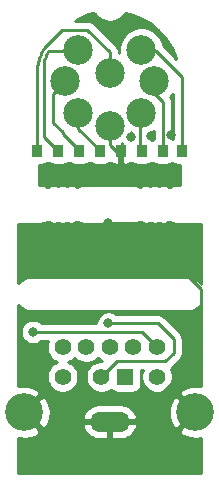
<source format=gbl>
G04 #@! TF.GenerationSoftware,KiCad,Pcbnew,(5.1.0)-1*
G04 #@! TF.CreationDate,2019-07-11T17:38:34-04:00*
G04 #@! TF.ProjectId,8 Pin DIN to 9 Pin Mini DIN,38205069-6e20-4444-994e-20746f203920,rev?*
G04 #@! TF.SameCoordinates,Original*
G04 #@! TF.FileFunction,Copper,L2,Bot*
G04 #@! TF.FilePolarity,Positive*
%FSLAX46Y46*%
G04 Gerber Fmt 4.6, Leading zero omitted, Abs format (unit mm)*
G04 Created by KiCad (PCBNEW (5.1.0)-1) date 2019-07-11 17:38:34*
%MOMM*%
%LPD*%
G04 APERTURE LIST*
%ADD10O,3.400000X1.700000*%
%ADD11C,1.408000*%
%ADD12R,1.408000X1.408000*%
%ADD13C,3.200000*%
%ADD14C,2.500000*%
%ADD15R,0.882667X1.000000*%
%ADD16C,0.800000*%
%ADD17C,0.250000*%
%ADD18C,0.254000*%
G04 APERTURE END LIST*
D10*
X198610000Y-127010000D03*
D11*
X202600000Y-123200000D03*
D12*
X199900000Y-123200000D03*
D11*
X197900000Y-123200000D03*
X194600000Y-123200000D03*
X202600000Y-120700000D03*
X194600000Y-120700000D03*
X196600000Y-120700000D03*
X200600000Y-120700000D03*
X198600000Y-120700000D03*
D13*
X191350000Y-126200000D03*
X205850000Y-126200000D03*
D14*
X202375000Y-98180000D03*
X194825000Y-98180000D03*
X198600000Y-101955000D03*
X201269328Y-95510672D03*
X195930672Y-95510672D03*
X195930672Y-100849328D03*
X201269328Y-100831651D03*
X198600000Y-97480000D03*
D15*
X192480000Y-104100000D03*
X194245334Y-104100000D03*
X196010668Y-104100000D03*
X197776002Y-104100000D03*
X199541336Y-104100000D03*
X201306670Y-104100000D03*
X203072004Y-104100000D03*
X204700000Y-104100000D03*
D16*
X198450000Y-110150000D03*
X198450000Y-111250000D03*
X198700000Y-94000000D03*
X200400000Y-102900000D03*
X202100000Y-102800000D03*
X203800000Y-102700000D03*
X200300000Y-93200000D03*
X196798372Y-118380777D03*
X192100000Y-119400000D03*
X198480000Y-118675000D03*
D17*
X203100000Y-99900000D02*
X203100000Y-104100000D01*
X202275000Y-98180000D02*
X202275000Y-99075000D01*
X202275000Y-99075000D02*
X203100000Y-99900000D01*
X203072004Y-104027996D02*
X203072004Y-104100000D01*
X203100000Y-104000000D02*
X203072004Y-104027996D01*
X193825001Y-101725001D02*
X194600000Y-102500000D01*
X194925000Y-98180000D02*
X193825001Y-99279999D01*
X193825001Y-99279999D02*
X193825001Y-101725001D01*
X196010668Y-104041334D02*
X196010668Y-104100000D01*
X194600000Y-102630666D02*
X196010668Y-104041334D01*
X194600000Y-102500000D02*
X194600000Y-102630666D01*
X199100000Y-104100000D02*
X199500000Y-104100000D01*
X198600000Y-101855000D02*
X198600000Y-103600000D01*
X198600000Y-103600000D02*
X199100000Y-104100000D01*
X199015685Y-110150000D02*
X198450000Y-110150000D01*
X200741004Y-110150000D02*
X199015685Y-110150000D01*
X206325010Y-115734006D02*
X200741004Y-110150000D01*
X206325010Y-121244990D02*
X206325010Y-115734006D01*
X200560000Y-127010000D02*
X206325010Y-121244990D01*
X198610000Y-127010000D02*
X200560000Y-127010000D01*
X204700000Y-103350000D02*
X204700000Y-104100000D01*
X202600000Y-120700000D02*
X201300000Y-119400000D01*
X201300000Y-119400000D02*
X192100000Y-119400000D01*
X204700000Y-97800000D02*
X204700000Y-104200000D01*
X202500000Y-95600000D02*
X204700000Y-97800000D01*
X201198617Y-95581383D02*
X201217234Y-95600000D01*
X201217234Y-95600000D02*
X202500000Y-95600000D01*
X194245334Y-104041334D02*
X194245334Y-104100000D01*
X193073812Y-96354427D02*
X193033667Y-96481147D01*
X193120275Y-96219370D02*
X193073812Y-96354427D01*
X193170048Y-96085462D02*
X193120275Y-96219370D01*
X196001383Y-95581383D02*
X193418617Y-95581383D01*
X193033667Y-102933667D02*
X194200000Y-104100000D01*
X193033667Y-96481147D02*
X193033667Y-102933667D01*
X193367949Y-95632051D02*
X193338857Y-95691658D01*
X193338857Y-95691658D02*
X193279349Y-95821582D01*
X193279349Y-95821582D02*
X193223103Y-95952794D01*
X193418617Y-95581383D02*
X193367949Y-95632051D01*
X193223103Y-95952794D02*
X193170048Y-96085462D01*
X202675000Y-118675000D02*
X198480000Y-118675000D01*
X204000000Y-120000000D02*
X202675000Y-118675000D01*
X204000000Y-121200000D02*
X204000000Y-120000000D01*
X203300000Y-121900000D02*
X204000000Y-121200000D01*
X197900000Y-123200000D02*
X199200000Y-121900000D01*
X199200000Y-121900000D02*
X203300000Y-121900000D01*
X196001383Y-100778617D02*
X195930672Y-100849328D01*
X197776002Y-104041334D02*
X197776002Y-104100000D01*
X195930672Y-102196004D02*
X197776002Y-104041334D01*
X195930672Y-100849328D02*
X195930672Y-102196004D01*
X201198617Y-103991947D02*
X201306670Y-104100000D01*
X201198617Y-103998617D02*
X201300000Y-104100000D01*
X201198617Y-100760940D02*
X201198617Y-103998617D01*
X192480000Y-103350000D02*
X192480000Y-104100000D01*
X192480000Y-104080000D02*
X192500000Y-104100000D01*
X192932010Y-95499265D02*
X192867919Y-95639193D01*
X192996540Y-95367050D02*
X192932010Y-95499265D01*
X192646491Y-96213229D02*
X192600010Y-96359950D01*
X192807317Y-95780566D02*
X192750163Y-95923484D01*
X192557153Y-96507741D02*
X192517939Y-96656523D01*
X194563590Y-93800000D02*
X192996540Y-95367050D01*
X198600000Y-97480000D02*
X198600000Y-95712234D01*
X196687766Y-93800000D02*
X194563590Y-93800000D01*
X198600000Y-95712234D02*
X196687766Y-93800000D01*
X192867919Y-95639193D02*
X192807317Y-95780566D01*
X192750163Y-95923484D02*
X192696545Y-96067733D01*
X192696545Y-96067733D02*
X192646491Y-96213229D01*
X192600010Y-96359950D02*
X192557153Y-96507741D01*
X192517939Y-96656523D02*
X192482384Y-96806233D01*
X192482384Y-96806233D02*
X192480000Y-96817494D01*
X192480000Y-96817494D02*
X192480000Y-104080000D01*
D18*
G36*
X206340000Y-124015710D02*
G01*
X206249945Y-123990086D01*
X205811127Y-123954524D01*
X205373803Y-124005254D01*
X204954779Y-124140326D01*
X204634802Y-124311357D01*
X204466761Y-124637155D01*
X205850000Y-126020395D01*
X205864142Y-126006252D01*
X206043748Y-126185858D01*
X206029605Y-126200000D01*
X206043748Y-126214143D01*
X205864142Y-126393748D01*
X205850000Y-126379605D01*
X204466761Y-127762845D01*
X204634802Y-128088643D01*
X205026607Y-128289426D01*
X205450055Y-128409914D01*
X205888873Y-128445476D01*
X206326197Y-128394746D01*
X206340000Y-128390297D01*
X206340000Y-131340000D01*
X190860000Y-131340000D01*
X190860000Y-128384290D01*
X190950055Y-128409914D01*
X191388873Y-128445476D01*
X191826197Y-128394746D01*
X192245221Y-128259674D01*
X192565198Y-128088643D01*
X192733239Y-127762845D01*
X191350000Y-126379605D01*
X191335858Y-126393748D01*
X191156253Y-126214143D01*
X191170395Y-126200000D01*
X191529605Y-126200000D01*
X192912845Y-127583239D01*
X193238643Y-127415198D01*
X193263398Y-127366890D01*
X196318524Y-127366890D01*
X196339437Y-127460953D01*
X196454709Y-127729426D01*
X196620143Y-127970252D01*
X196829381Y-128174176D01*
X197074382Y-128333361D01*
X197345731Y-128441690D01*
X197633000Y-128495000D01*
X198483000Y-128495000D01*
X198483000Y-127137000D01*
X198737000Y-127137000D01*
X198737000Y-128495000D01*
X199587000Y-128495000D01*
X199874269Y-128441690D01*
X200145618Y-128333361D01*
X200390619Y-128174176D01*
X200599857Y-127970252D01*
X200765291Y-127729426D01*
X200880563Y-127460953D01*
X200901476Y-127366890D01*
X200780155Y-127137000D01*
X198737000Y-127137000D01*
X198483000Y-127137000D01*
X196439845Y-127137000D01*
X196318524Y-127366890D01*
X193263398Y-127366890D01*
X193439426Y-127023393D01*
X193544786Y-126653110D01*
X196318524Y-126653110D01*
X196439845Y-126883000D01*
X198483000Y-126883000D01*
X198483000Y-126863000D01*
X198737000Y-126863000D01*
X198737000Y-126883000D01*
X200780155Y-126883000D01*
X200901476Y-126653110D01*
X200880563Y-126559047D01*
X200765291Y-126290574D01*
X200729776Y-126238873D01*
X203604524Y-126238873D01*
X203655254Y-126676197D01*
X203790326Y-127095221D01*
X203961357Y-127415198D01*
X204287155Y-127583239D01*
X205670395Y-126200000D01*
X204287155Y-124816761D01*
X203961357Y-124984802D01*
X203760574Y-125376607D01*
X203640086Y-125800055D01*
X203604524Y-126238873D01*
X200729776Y-126238873D01*
X200599857Y-126049748D01*
X200390619Y-125845824D01*
X200145618Y-125686639D01*
X199874269Y-125578310D01*
X199587000Y-125525000D01*
X197633000Y-125525000D01*
X197345731Y-125578310D01*
X197074382Y-125686639D01*
X196829381Y-125845824D01*
X196620143Y-126049748D01*
X196454709Y-126290574D01*
X196339437Y-126559047D01*
X196318524Y-126653110D01*
X193544786Y-126653110D01*
X193559914Y-126599945D01*
X193595476Y-126161127D01*
X193544746Y-125723803D01*
X193409674Y-125304779D01*
X193238643Y-124984802D01*
X192912845Y-124816761D01*
X191529605Y-126200000D01*
X191170395Y-126200000D01*
X191156253Y-126185858D01*
X191335858Y-126006253D01*
X191350000Y-126020395D01*
X192733239Y-124637155D01*
X192565198Y-124311357D01*
X192173393Y-124110574D01*
X191749945Y-123990086D01*
X191311127Y-123954524D01*
X190873803Y-124005254D01*
X190860000Y-124009703D01*
X190860000Y-119298061D01*
X191065000Y-119298061D01*
X191065000Y-119501939D01*
X191104774Y-119701898D01*
X191182795Y-119890256D01*
X191296063Y-120059774D01*
X191440226Y-120203937D01*
X191609744Y-120317205D01*
X191798102Y-120395226D01*
X191998061Y-120435000D01*
X192201939Y-120435000D01*
X192401898Y-120395226D01*
X192590256Y-120317205D01*
X192759774Y-120203937D01*
X192803711Y-120160000D01*
X193374352Y-120160000D01*
X193312457Y-120309428D01*
X193261000Y-120568120D01*
X193261000Y-120831880D01*
X193312457Y-121090572D01*
X193413393Y-121334254D01*
X193559931Y-121553563D01*
X193746437Y-121740069D01*
X193965746Y-121886607D01*
X194118791Y-121950000D01*
X193965746Y-122013393D01*
X193746437Y-122159931D01*
X193559931Y-122346437D01*
X193413393Y-122565746D01*
X193312457Y-122809428D01*
X193261000Y-123068120D01*
X193261000Y-123331880D01*
X193312457Y-123590572D01*
X193413393Y-123834254D01*
X193559931Y-124053563D01*
X193746437Y-124240069D01*
X193965746Y-124386607D01*
X194209428Y-124487543D01*
X194468120Y-124539000D01*
X194731880Y-124539000D01*
X194990572Y-124487543D01*
X195234254Y-124386607D01*
X195453563Y-124240069D01*
X195640069Y-124053563D01*
X195786607Y-123834254D01*
X195887543Y-123590572D01*
X195939000Y-123331880D01*
X195939000Y-123068120D01*
X195887543Y-122809428D01*
X195786607Y-122565746D01*
X195640069Y-122346437D01*
X195453563Y-122159931D01*
X195234254Y-122013393D01*
X195081209Y-121950000D01*
X195234254Y-121886607D01*
X195453563Y-121740069D01*
X195600000Y-121593632D01*
X195746437Y-121740069D01*
X195965746Y-121886607D01*
X196209428Y-121987543D01*
X196468120Y-122039000D01*
X196731880Y-122039000D01*
X196990572Y-121987543D01*
X197234254Y-121886607D01*
X197453563Y-121740069D01*
X197600000Y-121593632D01*
X197746437Y-121740069D01*
X197927423Y-121861000D01*
X197768120Y-121861000D01*
X197509428Y-121912457D01*
X197265746Y-122013393D01*
X197046437Y-122159931D01*
X196859931Y-122346437D01*
X196713393Y-122565746D01*
X196612457Y-122809428D01*
X196561000Y-123068120D01*
X196561000Y-123331880D01*
X196612457Y-123590572D01*
X196713393Y-123834254D01*
X196859931Y-124053563D01*
X197046437Y-124240069D01*
X197265746Y-124386607D01*
X197509428Y-124487543D01*
X197768120Y-124539000D01*
X198031880Y-124539000D01*
X198290572Y-124487543D01*
X198534254Y-124386607D01*
X198686898Y-124284613D01*
X198744815Y-124355185D01*
X198841506Y-124434537D01*
X198951820Y-124493502D01*
X199071518Y-124529812D01*
X199196000Y-124542072D01*
X200604000Y-124542072D01*
X200728482Y-124529812D01*
X200848180Y-124493502D01*
X200958494Y-124434537D01*
X201055185Y-124355185D01*
X201134537Y-124258494D01*
X201193502Y-124148180D01*
X201229812Y-124028482D01*
X201242072Y-123904000D01*
X201242072Y-122660000D01*
X201374352Y-122660000D01*
X201312457Y-122809428D01*
X201261000Y-123068120D01*
X201261000Y-123331880D01*
X201312457Y-123590572D01*
X201413393Y-123834254D01*
X201559931Y-124053563D01*
X201746437Y-124240069D01*
X201965746Y-124386607D01*
X202209428Y-124487543D01*
X202468120Y-124539000D01*
X202731880Y-124539000D01*
X202990572Y-124487543D01*
X203234254Y-124386607D01*
X203453563Y-124240069D01*
X203640069Y-124053563D01*
X203786607Y-123834254D01*
X203887543Y-123590572D01*
X203939000Y-123331880D01*
X203939000Y-123068120D01*
X203887543Y-122809428D01*
X203786607Y-122565746D01*
X203751253Y-122512835D01*
X203840001Y-122440001D01*
X203863803Y-122410998D01*
X204511009Y-121763794D01*
X204540001Y-121740001D01*
X204563795Y-121711008D01*
X204563799Y-121711004D01*
X204634973Y-121624277D01*
X204634974Y-121624276D01*
X204705546Y-121492247D01*
X204749003Y-121348986D01*
X204760000Y-121237333D01*
X204760000Y-121237324D01*
X204763676Y-121200001D01*
X204760000Y-121162678D01*
X204760000Y-120037323D01*
X204763676Y-120000000D01*
X204760000Y-119962677D01*
X204760000Y-119962667D01*
X204749003Y-119851014D01*
X204705546Y-119707753D01*
X204679984Y-119659931D01*
X204634974Y-119575723D01*
X204563799Y-119488997D01*
X204540001Y-119459999D01*
X204511003Y-119436201D01*
X203238804Y-118164003D01*
X203215001Y-118134999D01*
X203099276Y-118040026D01*
X202967247Y-117969454D01*
X202823986Y-117925997D01*
X202712333Y-117915000D01*
X202712322Y-117915000D01*
X202675000Y-117911324D01*
X202637678Y-117915000D01*
X199183711Y-117915000D01*
X199139774Y-117871063D01*
X198970256Y-117757795D01*
X198781898Y-117679774D01*
X198581939Y-117640000D01*
X198378061Y-117640000D01*
X198178102Y-117679774D01*
X197989744Y-117757795D01*
X197820226Y-117871063D01*
X197676063Y-118015226D01*
X197562795Y-118184744D01*
X197484774Y-118373102D01*
X197445000Y-118573061D01*
X197445000Y-118640000D01*
X192803711Y-118640000D01*
X192759774Y-118596063D01*
X192590256Y-118482795D01*
X192401898Y-118404774D01*
X192201939Y-118365000D01*
X191998061Y-118365000D01*
X191798102Y-118404774D01*
X191609744Y-118482795D01*
X191440226Y-118596063D01*
X191296063Y-118740226D01*
X191182795Y-118909744D01*
X191104774Y-119098102D01*
X191065000Y-119298061D01*
X190860000Y-119298061D01*
X190860000Y-117121650D01*
X190940392Y-117219608D01*
X191158899Y-117398932D01*
X191408192Y-117532182D01*
X191678691Y-117614236D01*
X191889508Y-117635000D01*
X205270492Y-117635000D01*
X205481309Y-117614236D01*
X205751808Y-117532182D01*
X206001101Y-117398932D01*
X206219608Y-117219608D01*
X206340001Y-117072909D01*
X206340000Y-124015710D01*
X206340000Y-124015710D01*
G37*
X206340000Y-124015710D02*
X206249945Y-123990086D01*
X205811127Y-123954524D01*
X205373803Y-124005254D01*
X204954779Y-124140326D01*
X204634802Y-124311357D01*
X204466761Y-124637155D01*
X205850000Y-126020395D01*
X205864142Y-126006252D01*
X206043748Y-126185858D01*
X206029605Y-126200000D01*
X206043748Y-126214143D01*
X205864142Y-126393748D01*
X205850000Y-126379605D01*
X204466761Y-127762845D01*
X204634802Y-128088643D01*
X205026607Y-128289426D01*
X205450055Y-128409914D01*
X205888873Y-128445476D01*
X206326197Y-128394746D01*
X206340000Y-128390297D01*
X206340000Y-131340000D01*
X190860000Y-131340000D01*
X190860000Y-128384290D01*
X190950055Y-128409914D01*
X191388873Y-128445476D01*
X191826197Y-128394746D01*
X192245221Y-128259674D01*
X192565198Y-128088643D01*
X192733239Y-127762845D01*
X191350000Y-126379605D01*
X191335858Y-126393748D01*
X191156253Y-126214143D01*
X191170395Y-126200000D01*
X191529605Y-126200000D01*
X192912845Y-127583239D01*
X193238643Y-127415198D01*
X193263398Y-127366890D01*
X196318524Y-127366890D01*
X196339437Y-127460953D01*
X196454709Y-127729426D01*
X196620143Y-127970252D01*
X196829381Y-128174176D01*
X197074382Y-128333361D01*
X197345731Y-128441690D01*
X197633000Y-128495000D01*
X198483000Y-128495000D01*
X198483000Y-127137000D01*
X198737000Y-127137000D01*
X198737000Y-128495000D01*
X199587000Y-128495000D01*
X199874269Y-128441690D01*
X200145618Y-128333361D01*
X200390619Y-128174176D01*
X200599857Y-127970252D01*
X200765291Y-127729426D01*
X200880563Y-127460953D01*
X200901476Y-127366890D01*
X200780155Y-127137000D01*
X198737000Y-127137000D01*
X198483000Y-127137000D01*
X196439845Y-127137000D01*
X196318524Y-127366890D01*
X193263398Y-127366890D01*
X193439426Y-127023393D01*
X193544786Y-126653110D01*
X196318524Y-126653110D01*
X196439845Y-126883000D01*
X198483000Y-126883000D01*
X198483000Y-126863000D01*
X198737000Y-126863000D01*
X198737000Y-126883000D01*
X200780155Y-126883000D01*
X200901476Y-126653110D01*
X200880563Y-126559047D01*
X200765291Y-126290574D01*
X200729776Y-126238873D01*
X203604524Y-126238873D01*
X203655254Y-126676197D01*
X203790326Y-127095221D01*
X203961357Y-127415198D01*
X204287155Y-127583239D01*
X205670395Y-126200000D01*
X204287155Y-124816761D01*
X203961357Y-124984802D01*
X203760574Y-125376607D01*
X203640086Y-125800055D01*
X203604524Y-126238873D01*
X200729776Y-126238873D01*
X200599857Y-126049748D01*
X200390619Y-125845824D01*
X200145618Y-125686639D01*
X199874269Y-125578310D01*
X199587000Y-125525000D01*
X197633000Y-125525000D01*
X197345731Y-125578310D01*
X197074382Y-125686639D01*
X196829381Y-125845824D01*
X196620143Y-126049748D01*
X196454709Y-126290574D01*
X196339437Y-126559047D01*
X196318524Y-126653110D01*
X193544786Y-126653110D01*
X193559914Y-126599945D01*
X193595476Y-126161127D01*
X193544746Y-125723803D01*
X193409674Y-125304779D01*
X193238643Y-124984802D01*
X192912845Y-124816761D01*
X191529605Y-126200000D01*
X191170395Y-126200000D01*
X191156253Y-126185858D01*
X191335858Y-126006253D01*
X191350000Y-126020395D01*
X192733239Y-124637155D01*
X192565198Y-124311357D01*
X192173393Y-124110574D01*
X191749945Y-123990086D01*
X191311127Y-123954524D01*
X190873803Y-124005254D01*
X190860000Y-124009703D01*
X190860000Y-119298061D01*
X191065000Y-119298061D01*
X191065000Y-119501939D01*
X191104774Y-119701898D01*
X191182795Y-119890256D01*
X191296063Y-120059774D01*
X191440226Y-120203937D01*
X191609744Y-120317205D01*
X191798102Y-120395226D01*
X191998061Y-120435000D01*
X192201939Y-120435000D01*
X192401898Y-120395226D01*
X192590256Y-120317205D01*
X192759774Y-120203937D01*
X192803711Y-120160000D01*
X193374352Y-120160000D01*
X193312457Y-120309428D01*
X193261000Y-120568120D01*
X193261000Y-120831880D01*
X193312457Y-121090572D01*
X193413393Y-121334254D01*
X193559931Y-121553563D01*
X193746437Y-121740069D01*
X193965746Y-121886607D01*
X194118791Y-121950000D01*
X193965746Y-122013393D01*
X193746437Y-122159931D01*
X193559931Y-122346437D01*
X193413393Y-122565746D01*
X193312457Y-122809428D01*
X193261000Y-123068120D01*
X193261000Y-123331880D01*
X193312457Y-123590572D01*
X193413393Y-123834254D01*
X193559931Y-124053563D01*
X193746437Y-124240069D01*
X193965746Y-124386607D01*
X194209428Y-124487543D01*
X194468120Y-124539000D01*
X194731880Y-124539000D01*
X194990572Y-124487543D01*
X195234254Y-124386607D01*
X195453563Y-124240069D01*
X195640069Y-124053563D01*
X195786607Y-123834254D01*
X195887543Y-123590572D01*
X195939000Y-123331880D01*
X195939000Y-123068120D01*
X195887543Y-122809428D01*
X195786607Y-122565746D01*
X195640069Y-122346437D01*
X195453563Y-122159931D01*
X195234254Y-122013393D01*
X195081209Y-121950000D01*
X195234254Y-121886607D01*
X195453563Y-121740069D01*
X195600000Y-121593632D01*
X195746437Y-121740069D01*
X195965746Y-121886607D01*
X196209428Y-121987543D01*
X196468120Y-122039000D01*
X196731880Y-122039000D01*
X196990572Y-121987543D01*
X197234254Y-121886607D01*
X197453563Y-121740069D01*
X197600000Y-121593632D01*
X197746437Y-121740069D01*
X197927423Y-121861000D01*
X197768120Y-121861000D01*
X197509428Y-121912457D01*
X197265746Y-122013393D01*
X197046437Y-122159931D01*
X196859931Y-122346437D01*
X196713393Y-122565746D01*
X196612457Y-122809428D01*
X196561000Y-123068120D01*
X196561000Y-123331880D01*
X196612457Y-123590572D01*
X196713393Y-123834254D01*
X196859931Y-124053563D01*
X197046437Y-124240069D01*
X197265746Y-124386607D01*
X197509428Y-124487543D01*
X197768120Y-124539000D01*
X198031880Y-124539000D01*
X198290572Y-124487543D01*
X198534254Y-124386607D01*
X198686898Y-124284613D01*
X198744815Y-124355185D01*
X198841506Y-124434537D01*
X198951820Y-124493502D01*
X199071518Y-124529812D01*
X199196000Y-124542072D01*
X200604000Y-124542072D01*
X200728482Y-124529812D01*
X200848180Y-124493502D01*
X200958494Y-124434537D01*
X201055185Y-124355185D01*
X201134537Y-124258494D01*
X201193502Y-124148180D01*
X201229812Y-124028482D01*
X201242072Y-123904000D01*
X201242072Y-122660000D01*
X201374352Y-122660000D01*
X201312457Y-122809428D01*
X201261000Y-123068120D01*
X201261000Y-123331880D01*
X201312457Y-123590572D01*
X201413393Y-123834254D01*
X201559931Y-124053563D01*
X201746437Y-124240069D01*
X201965746Y-124386607D01*
X202209428Y-124487543D01*
X202468120Y-124539000D01*
X202731880Y-124539000D01*
X202990572Y-124487543D01*
X203234254Y-124386607D01*
X203453563Y-124240069D01*
X203640069Y-124053563D01*
X203786607Y-123834254D01*
X203887543Y-123590572D01*
X203939000Y-123331880D01*
X203939000Y-123068120D01*
X203887543Y-122809428D01*
X203786607Y-122565746D01*
X203751253Y-122512835D01*
X203840001Y-122440001D01*
X203863803Y-122410998D01*
X204511009Y-121763794D01*
X204540001Y-121740001D01*
X204563795Y-121711008D01*
X204563799Y-121711004D01*
X204634973Y-121624277D01*
X204634974Y-121624276D01*
X204705546Y-121492247D01*
X204749003Y-121348986D01*
X204760000Y-121237333D01*
X204760000Y-121237324D01*
X204763676Y-121200001D01*
X204760000Y-121162678D01*
X204760000Y-120037323D01*
X204763676Y-120000000D01*
X204760000Y-119962677D01*
X204760000Y-119962667D01*
X204749003Y-119851014D01*
X204705546Y-119707753D01*
X204679984Y-119659931D01*
X204634974Y-119575723D01*
X204563799Y-119488997D01*
X204540001Y-119459999D01*
X204511003Y-119436201D01*
X203238804Y-118164003D01*
X203215001Y-118134999D01*
X203099276Y-118040026D01*
X202967247Y-117969454D01*
X202823986Y-117925997D01*
X202712333Y-117915000D01*
X202712322Y-117915000D01*
X202675000Y-117911324D01*
X202637678Y-117915000D01*
X199183711Y-117915000D01*
X199139774Y-117871063D01*
X198970256Y-117757795D01*
X198781898Y-117679774D01*
X198581939Y-117640000D01*
X198378061Y-117640000D01*
X198178102Y-117679774D01*
X197989744Y-117757795D01*
X197820226Y-117871063D01*
X197676063Y-118015226D01*
X197562795Y-118184744D01*
X197484774Y-118373102D01*
X197445000Y-118573061D01*
X197445000Y-118640000D01*
X192803711Y-118640000D01*
X192759774Y-118596063D01*
X192590256Y-118482795D01*
X192401898Y-118404774D01*
X192201939Y-118365000D01*
X191998061Y-118365000D01*
X191798102Y-118404774D01*
X191609744Y-118482795D01*
X191440226Y-118596063D01*
X191296063Y-118740226D01*
X191182795Y-118909744D01*
X191104774Y-119098102D01*
X191065000Y-119298061D01*
X190860000Y-119298061D01*
X190860000Y-117121650D01*
X190940392Y-117219608D01*
X191158899Y-117398932D01*
X191408192Y-117532182D01*
X191678691Y-117614236D01*
X191889508Y-117635000D01*
X205270492Y-117635000D01*
X205481309Y-117614236D01*
X205751808Y-117532182D01*
X206001101Y-117398932D01*
X206219608Y-117219608D01*
X206340001Y-117072909D01*
X206340000Y-124015710D01*
G36*
X203709080Y-110107292D02*
G01*
X203764392Y-110130090D01*
X203819366Y-110153652D01*
X203828169Y-110156377D01*
X204015006Y-110212786D01*
X204073686Y-110224405D01*
X204132196Y-110236842D01*
X204141361Y-110237805D01*
X204335594Y-110256850D01*
X204335598Y-110256850D01*
X204367581Y-110260000D01*
X206340001Y-110260000D01*
X206340001Y-115327091D01*
X206219608Y-115180392D01*
X206001101Y-115001068D01*
X205751808Y-114867818D01*
X205481309Y-114785764D01*
X205270492Y-114765000D01*
X191889508Y-114765000D01*
X191678691Y-114785764D01*
X191408192Y-114867818D01*
X191158899Y-115001068D01*
X190940392Y-115180392D01*
X190860000Y-115278350D01*
X190860000Y-110260000D01*
X192632419Y-110260000D01*
X192665387Y-110256753D01*
X192678367Y-110256753D01*
X192687532Y-110255790D01*
X192881481Y-110234035D01*
X192939966Y-110221603D01*
X192998676Y-110209978D01*
X193007479Y-110207253D01*
X193193509Y-110148240D01*
X193248519Y-110124662D01*
X193303794Y-110101880D01*
X193311900Y-110097497D01*
X193346929Y-110078239D01*
X193430795Y-110134277D01*
X193591855Y-110200990D01*
X193762835Y-110235000D01*
X193937165Y-110235000D01*
X194108145Y-110200990D01*
X194225000Y-110152587D01*
X194341855Y-110200990D01*
X194512835Y-110235000D01*
X194687165Y-110235000D01*
X194858145Y-110200990D01*
X194975000Y-110152587D01*
X195091855Y-110200990D01*
X195262835Y-110235000D01*
X195437165Y-110235000D01*
X195608145Y-110200990D01*
X195769205Y-110134277D01*
X195853677Y-110077834D01*
X195909080Y-110107292D01*
X195964392Y-110130090D01*
X196019366Y-110153652D01*
X196028169Y-110156377D01*
X196215006Y-110212786D01*
X196273686Y-110224405D01*
X196332196Y-110236842D01*
X196341361Y-110237805D01*
X196535594Y-110256850D01*
X196535598Y-110256850D01*
X196567581Y-110260000D01*
X200432419Y-110260000D01*
X200465387Y-110256753D01*
X200478367Y-110256753D01*
X200487532Y-110255790D01*
X200681481Y-110234035D01*
X200739966Y-110221603D01*
X200798676Y-110209978D01*
X200807479Y-110207253D01*
X200993509Y-110148240D01*
X201048519Y-110124662D01*
X201103794Y-110101880D01*
X201111900Y-110097497D01*
X201146929Y-110078239D01*
X201230795Y-110134277D01*
X201391855Y-110200990D01*
X201562835Y-110235000D01*
X201737165Y-110235000D01*
X201908145Y-110200990D01*
X202025000Y-110152587D01*
X202141855Y-110200990D01*
X202312835Y-110235000D01*
X202487165Y-110235000D01*
X202658145Y-110200990D01*
X202775000Y-110152587D01*
X202891855Y-110200990D01*
X203062835Y-110235000D01*
X203237165Y-110235000D01*
X203408145Y-110200990D01*
X203569205Y-110134277D01*
X203653677Y-110077834D01*
X203709080Y-110107292D01*
X203709080Y-110107292D01*
G37*
X203709080Y-110107292D02*
X203764392Y-110130090D01*
X203819366Y-110153652D01*
X203828169Y-110156377D01*
X204015006Y-110212786D01*
X204073686Y-110224405D01*
X204132196Y-110236842D01*
X204141361Y-110237805D01*
X204335594Y-110256850D01*
X204335598Y-110256850D01*
X204367581Y-110260000D01*
X206340001Y-110260000D01*
X206340001Y-115327091D01*
X206219608Y-115180392D01*
X206001101Y-115001068D01*
X205751808Y-114867818D01*
X205481309Y-114785764D01*
X205270492Y-114765000D01*
X191889508Y-114765000D01*
X191678691Y-114785764D01*
X191408192Y-114867818D01*
X191158899Y-115001068D01*
X190940392Y-115180392D01*
X190860000Y-115278350D01*
X190860000Y-110260000D01*
X192632419Y-110260000D01*
X192665387Y-110256753D01*
X192678367Y-110256753D01*
X192687532Y-110255790D01*
X192881481Y-110234035D01*
X192939966Y-110221603D01*
X192998676Y-110209978D01*
X193007479Y-110207253D01*
X193193509Y-110148240D01*
X193248519Y-110124662D01*
X193303794Y-110101880D01*
X193311900Y-110097497D01*
X193346929Y-110078239D01*
X193430795Y-110134277D01*
X193591855Y-110200990D01*
X193762835Y-110235000D01*
X193937165Y-110235000D01*
X194108145Y-110200990D01*
X194225000Y-110152587D01*
X194341855Y-110200990D01*
X194512835Y-110235000D01*
X194687165Y-110235000D01*
X194858145Y-110200990D01*
X194975000Y-110152587D01*
X195091855Y-110200990D01*
X195262835Y-110235000D01*
X195437165Y-110235000D01*
X195608145Y-110200990D01*
X195769205Y-110134277D01*
X195853677Y-110077834D01*
X195909080Y-110107292D01*
X195964392Y-110130090D01*
X196019366Y-110153652D01*
X196028169Y-110156377D01*
X196215006Y-110212786D01*
X196273686Y-110224405D01*
X196332196Y-110236842D01*
X196341361Y-110237805D01*
X196535594Y-110256850D01*
X196535598Y-110256850D01*
X196567581Y-110260000D01*
X200432419Y-110260000D01*
X200465387Y-110256753D01*
X200478367Y-110256753D01*
X200487532Y-110255790D01*
X200681481Y-110234035D01*
X200739966Y-110221603D01*
X200798676Y-110209978D01*
X200807479Y-110207253D01*
X200993509Y-110148240D01*
X201048519Y-110124662D01*
X201103794Y-110101880D01*
X201111900Y-110097497D01*
X201146929Y-110078239D01*
X201230795Y-110134277D01*
X201391855Y-110200990D01*
X201562835Y-110235000D01*
X201737165Y-110235000D01*
X201908145Y-110200990D01*
X202025000Y-110152587D01*
X202141855Y-110200990D01*
X202312835Y-110235000D01*
X202487165Y-110235000D01*
X202658145Y-110200990D01*
X202775000Y-110152587D01*
X202891855Y-110200990D01*
X203062835Y-110235000D01*
X203237165Y-110235000D01*
X203408145Y-110200990D01*
X203569205Y-110134277D01*
X203653677Y-110077834D01*
X203709080Y-110107292D01*
G36*
X199668336Y-103973000D02*
G01*
X199688336Y-103973000D01*
X199688336Y-104227000D01*
X199668336Y-104227000D01*
X199668336Y-105076250D01*
X199827086Y-105235000D01*
X199982669Y-105238072D01*
X200107151Y-105225812D01*
X200226849Y-105189502D01*
X200337163Y-105130537D01*
X200424003Y-105059269D01*
X200510843Y-105130537D01*
X200621157Y-105189502D01*
X200740855Y-105225812D01*
X200865337Y-105238072D01*
X201748003Y-105238072D01*
X201872485Y-105225812D01*
X201992183Y-105189502D01*
X202102497Y-105130537D01*
X202189337Y-105059269D01*
X202276177Y-105130537D01*
X202386491Y-105189502D01*
X202506189Y-105225812D01*
X202630671Y-105238072D01*
X203513337Y-105238072D01*
X203637819Y-105225812D01*
X203757517Y-105189502D01*
X203867831Y-105130537D01*
X203886002Y-105115624D01*
X203904173Y-105130537D01*
X204014487Y-105189502D01*
X204134185Y-105225812D01*
X204258667Y-105238072D01*
X204560000Y-105238072D01*
X204560000Y-105967582D01*
X204560001Y-106940000D01*
X204367581Y-106940000D01*
X204334613Y-106943247D01*
X204321633Y-106943247D01*
X204312468Y-106944210D01*
X204118518Y-106965965D01*
X204060019Y-106978400D01*
X204001325Y-106990022D01*
X203992522Y-106992747D01*
X203806491Y-107051760D01*
X203751509Y-107075326D01*
X203696206Y-107098120D01*
X203688100Y-107102503D01*
X203653071Y-107121761D01*
X203569205Y-107065723D01*
X203408145Y-106999010D01*
X203237165Y-106965000D01*
X203062835Y-106965000D01*
X202891855Y-106999010D01*
X202775000Y-107047413D01*
X202658145Y-106999010D01*
X202487165Y-106965000D01*
X202312835Y-106965000D01*
X202141855Y-106999010D01*
X202025000Y-107047413D01*
X201908145Y-106999010D01*
X201737165Y-106965000D01*
X201562835Y-106965000D01*
X201391855Y-106999010D01*
X201230795Y-107065723D01*
X201146323Y-107122166D01*
X201090921Y-107092708D01*
X201035606Y-107069909D01*
X200980634Y-107046348D01*
X200971831Y-107043623D01*
X200784995Y-106987214D01*
X200726307Y-106975594D01*
X200667804Y-106963158D01*
X200658639Y-106962195D01*
X200464405Y-106943150D01*
X200464402Y-106943150D01*
X200432419Y-106940000D01*
X196567581Y-106940000D01*
X196534613Y-106943247D01*
X196521633Y-106943247D01*
X196512468Y-106944210D01*
X196318518Y-106965965D01*
X196260019Y-106978400D01*
X196201325Y-106990022D01*
X196192522Y-106992747D01*
X196006491Y-107051760D01*
X195951509Y-107075326D01*
X195896206Y-107098120D01*
X195888100Y-107102503D01*
X195853071Y-107121761D01*
X195769205Y-107065723D01*
X195608145Y-106999010D01*
X195437165Y-106965000D01*
X195262835Y-106965000D01*
X195091855Y-106999010D01*
X194975000Y-107047413D01*
X194858145Y-106999010D01*
X194687165Y-106965000D01*
X194512835Y-106965000D01*
X194341855Y-106999010D01*
X194225000Y-107047413D01*
X194108145Y-106999010D01*
X193937165Y-106965000D01*
X193762835Y-106965000D01*
X193591855Y-106999010D01*
X193430795Y-107065723D01*
X193346323Y-107122166D01*
X193290921Y-107092708D01*
X193235606Y-107069909D01*
X193180634Y-107046348D01*
X193171831Y-107043623D01*
X192984995Y-106987214D01*
X192926307Y-106975594D01*
X192867804Y-106963158D01*
X192858639Y-106962195D01*
X192664405Y-106943150D01*
X192664402Y-106943150D01*
X192640000Y-106940747D01*
X192640000Y-105238072D01*
X192921333Y-105238072D01*
X193045815Y-105225812D01*
X193165513Y-105189502D01*
X193275827Y-105130537D01*
X193362667Y-105059269D01*
X193449507Y-105130537D01*
X193559821Y-105189502D01*
X193679519Y-105225812D01*
X193804001Y-105238072D01*
X194686667Y-105238072D01*
X194811149Y-105225812D01*
X194930847Y-105189502D01*
X195041161Y-105130537D01*
X195128001Y-105059269D01*
X195214841Y-105130537D01*
X195325155Y-105189502D01*
X195444853Y-105225812D01*
X195569335Y-105238072D01*
X196452001Y-105238072D01*
X196576483Y-105225812D01*
X196696181Y-105189502D01*
X196806495Y-105130537D01*
X196893335Y-105059269D01*
X196980175Y-105130537D01*
X197090489Y-105189502D01*
X197210187Y-105225812D01*
X197334669Y-105238072D01*
X198217335Y-105238072D01*
X198341817Y-105225812D01*
X198461515Y-105189502D01*
X198571829Y-105130537D01*
X198658669Y-105059269D01*
X198745509Y-105130537D01*
X198855823Y-105189502D01*
X198975521Y-105225812D01*
X199100003Y-105238072D01*
X199255586Y-105235000D01*
X199414336Y-105076250D01*
X199414336Y-104227000D01*
X199394336Y-104227000D01*
X199394336Y-103973000D01*
X199414336Y-103973000D01*
X199414336Y-103662139D01*
X199608086Y-103558577D01*
X199668336Y-103419825D01*
X199668336Y-103973000D01*
X199668336Y-103973000D01*
G37*
X199668336Y-103973000D02*
X199688336Y-103973000D01*
X199688336Y-104227000D01*
X199668336Y-104227000D01*
X199668336Y-105076250D01*
X199827086Y-105235000D01*
X199982669Y-105238072D01*
X200107151Y-105225812D01*
X200226849Y-105189502D01*
X200337163Y-105130537D01*
X200424003Y-105059269D01*
X200510843Y-105130537D01*
X200621157Y-105189502D01*
X200740855Y-105225812D01*
X200865337Y-105238072D01*
X201748003Y-105238072D01*
X201872485Y-105225812D01*
X201992183Y-105189502D01*
X202102497Y-105130537D01*
X202189337Y-105059269D01*
X202276177Y-105130537D01*
X202386491Y-105189502D01*
X202506189Y-105225812D01*
X202630671Y-105238072D01*
X203513337Y-105238072D01*
X203637819Y-105225812D01*
X203757517Y-105189502D01*
X203867831Y-105130537D01*
X203886002Y-105115624D01*
X203904173Y-105130537D01*
X204014487Y-105189502D01*
X204134185Y-105225812D01*
X204258667Y-105238072D01*
X204560000Y-105238072D01*
X204560000Y-105967582D01*
X204560001Y-106940000D01*
X204367581Y-106940000D01*
X204334613Y-106943247D01*
X204321633Y-106943247D01*
X204312468Y-106944210D01*
X204118518Y-106965965D01*
X204060019Y-106978400D01*
X204001325Y-106990022D01*
X203992522Y-106992747D01*
X203806491Y-107051760D01*
X203751509Y-107075326D01*
X203696206Y-107098120D01*
X203688100Y-107102503D01*
X203653071Y-107121761D01*
X203569205Y-107065723D01*
X203408145Y-106999010D01*
X203237165Y-106965000D01*
X203062835Y-106965000D01*
X202891855Y-106999010D01*
X202775000Y-107047413D01*
X202658145Y-106999010D01*
X202487165Y-106965000D01*
X202312835Y-106965000D01*
X202141855Y-106999010D01*
X202025000Y-107047413D01*
X201908145Y-106999010D01*
X201737165Y-106965000D01*
X201562835Y-106965000D01*
X201391855Y-106999010D01*
X201230795Y-107065723D01*
X201146323Y-107122166D01*
X201090921Y-107092708D01*
X201035606Y-107069909D01*
X200980634Y-107046348D01*
X200971831Y-107043623D01*
X200784995Y-106987214D01*
X200726307Y-106975594D01*
X200667804Y-106963158D01*
X200658639Y-106962195D01*
X200464405Y-106943150D01*
X200464402Y-106943150D01*
X200432419Y-106940000D01*
X196567581Y-106940000D01*
X196534613Y-106943247D01*
X196521633Y-106943247D01*
X196512468Y-106944210D01*
X196318518Y-106965965D01*
X196260019Y-106978400D01*
X196201325Y-106990022D01*
X196192522Y-106992747D01*
X196006491Y-107051760D01*
X195951509Y-107075326D01*
X195896206Y-107098120D01*
X195888100Y-107102503D01*
X195853071Y-107121761D01*
X195769205Y-107065723D01*
X195608145Y-106999010D01*
X195437165Y-106965000D01*
X195262835Y-106965000D01*
X195091855Y-106999010D01*
X194975000Y-107047413D01*
X194858145Y-106999010D01*
X194687165Y-106965000D01*
X194512835Y-106965000D01*
X194341855Y-106999010D01*
X194225000Y-107047413D01*
X194108145Y-106999010D01*
X193937165Y-106965000D01*
X193762835Y-106965000D01*
X193591855Y-106999010D01*
X193430795Y-107065723D01*
X193346323Y-107122166D01*
X193290921Y-107092708D01*
X193235606Y-107069909D01*
X193180634Y-107046348D01*
X193171831Y-107043623D01*
X192984995Y-106987214D01*
X192926307Y-106975594D01*
X192867804Y-106963158D01*
X192858639Y-106962195D01*
X192664405Y-106943150D01*
X192664402Y-106943150D01*
X192640000Y-106940747D01*
X192640000Y-105238072D01*
X192921333Y-105238072D01*
X193045815Y-105225812D01*
X193165513Y-105189502D01*
X193275827Y-105130537D01*
X193362667Y-105059269D01*
X193449507Y-105130537D01*
X193559821Y-105189502D01*
X193679519Y-105225812D01*
X193804001Y-105238072D01*
X194686667Y-105238072D01*
X194811149Y-105225812D01*
X194930847Y-105189502D01*
X195041161Y-105130537D01*
X195128001Y-105059269D01*
X195214841Y-105130537D01*
X195325155Y-105189502D01*
X195444853Y-105225812D01*
X195569335Y-105238072D01*
X196452001Y-105238072D01*
X196576483Y-105225812D01*
X196696181Y-105189502D01*
X196806495Y-105130537D01*
X196893335Y-105059269D01*
X196980175Y-105130537D01*
X197090489Y-105189502D01*
X197210187Y-105225812D01*
X197334669Y-105238072D01*
X198217335Y-105238072D01*
X198341817Y-105225812D01*
X198461515Y-105189502D01*
X198571829Y-105130537D01*
X198658669Y-105059269D01*
X198745509Y-105130537D01*
X198855823Y-105189502D01*
X198975521Y-105225812D01*
X199100003Y-105238072D01*
X199255586Y-105235000D01*
X199414336Y-105076250D01*
X199414336Y-104227000D01*
X199394336Y-104227000D01*
X199394336Y-103973000D01*
X199414336Y-103973000D01*
X199414336Y-103662139D01*
X199608086Y-103558577D01*
X199668336Y-103419825D01*
X199668336Y-103973000D01*
G36*
X200438618Y-102527869D02*
G01*
X200438618Y-103128737D01*
X200424003Y-103140731D01*
X200337163Y-103069463D01*
X200226849Y-103010498D01*
X200148867Y-102986842D01*
X200203577Y-102963086D01*
X200369433Y-102630874D01*
X200401747Y-102512597D01*
X200438618Y-102527869D01*
X200438618Y-102527869D01*
G37*
X200438618Y-102527869D02*
X200438618Y-103128737D01*
X200424003Y-103140731D01*
X200337163Y-103069463D01*
X200226849Y-103010498D01*
X200148867Y-102986842D01*
X200203577Y-102963086D01*
X200369433Y-102630874D01*
X200401747Y-102512597D01*
X200438618Y-102527869D01*
G36*
X202340001Y-103035348D02*
G01*
X202276177Y-103069463D01*
X202189337Y-103140731D01*
X202102497Y-103069463D01*
X201992183Y-103010498D01*
X201958617Y-103000316D01*
X201958617Y-102586448D01*
X202162210Y-102502117D01*
X202340001Y-102383321D01*
X202340001Y-103035348D01*
X202340001Y-103035348D01*
G37*
X202340001Y-103035348D02*
X202276177Y-103069463D01*
X202189337Y-103140731D01*
X202102497Y-103069463D01*
X201992183Y-103010498D01*
X201958617Y-103000316D01*
X201958617Y-102586448D01*
X202162210Y-102502117D01*
X202340001Y-102383321D01*
X202340001Y-103035348D01*
G36*
X203940001Y-103050312D02*
G01*
X203904173Y-103069463D01*
X203886002Y-103084376D01*
X203867831Y-103069463D01*
X203860000Y-103065277D01*
X203860000Y-99937322D01*
X203863676Y-99899999D01*
X203860000Y-99862676D01*
X203860000Y-99862667D01*
X203849003Y-99751014D01*
X203805546Y-99607753D01*
X203738490Y-99482303D01*
X203839175Y-99381618D01*
X203940000Y-99230723D01*
X203940001Y-103050312D01*
X203940001Y-103050312D01*
G37*
X203940001Y-103050312D02*
X203904173Y-103069463D01*
X203886002Y-103084376D01*
X203867831Y-103069463D01*
X203860000Y-103065277D01*
X203860000Y-99937322D01*
X203863676Y-99899999D01*
X203860000Y-99862676D01*
X203860000Y-99862667D01*
X203849003Y-99751014D01*
X203805546Y-99607753D01*
X203738490Y-99482303D01*
X203839175Y-99381618D01*
X203940000Y-99230723D01*
X203940001Y-103050312D01*
G36*
X198793748Y-101940858D02*
G01*
X198779605Y-101955000D01*
X198793748Y-101969143D01*
X198614143Y-102148748D01*
X198600000Y-102134605D01*
X198585858Y-102148748D01*
X198406253Y-101969143D01*
X198420395Y-101955000D01*
X198406253Y-101940858D01*
X198585858Y-101761253D01*
X198600000Y-101775395D01*
X198614143Y-101761253D01*
X198793748Y-101940858D01*
X198793748Y-101940858D01*
G37*
X198793748Y-101940858D02*
X198779605Y-101955000D01*
X198793748Y-101969143D01*
X198614143Y-102148748D01*
X198600000Y-102134605D01*
X198585858Y-102148748D01*
X198406253Y-101969143D01*
X198420395Y-101955000D01*
X198406253Y-101940858D01*
X198585858Y-101761253D01*
X198600000Y-101775395D01*
X198614143Y-101761253D01*
X198793748Y-101940858D01*
G36*
X200320891Y-92475982D02*
G01*
X201192007Y-92815415D01*
X201999305Y-93286944D01*
X202722896Y-93878953D01*
X203344967Y-94576867D01*
X203850204Y-95363508D01*
X204226161Y-96219495D01*
X204237506Y-96262705D01*
X203118203Y-95143402D01*
X203081889Y-94960838D01*
X202939794Y-94617790D01*
X202733503Y-94309054D01*
X202470946Y-94046497D01*
X202162210Y-93840206D01*
X201819162Y-93698111D01*
X201454984Y-93625672D01*
X201083672Y-93625672D01*
X200719494Y-93698111D01*
X200376446Y-93840206D01*
X200067710Y-94046497D01*
X199805153Y-94309054D01*
X199598862Y-94617790D01*
X199456767Y-94960838D01*
X199384328Y-95325016D01*
X199384328Y-95696328D01*
X199399121Y-95770697D01*
X199360000Y-95754493D01*
X199360000Y-95749556D01*
X199363676Y-95712233D01*
X199360000Y-95674910D01*
X199360000Y-95674901D01*
X199349003Y-95563248D01*
X199305546Y-95419987D01*
X199234974Y-95287958D01*
X199140001Y-95172233D01*
X199111003Y-95148435D01*
X197251570Y-93289003D01*
X197227767Y-93259999D01*
X197112042Y-93165026D01*
X196980013Y-93094454D01*
X196836752Y-93050997D01*
X196725099Y-93040000D01*
X196725088Y-93040000D01*
X196687766Y-93036324D01*
X196650444Y-93040000D01*
X195618550Y-93040000D01*
X195894787Y-92870722D01*
X196758651Y-92512898D01*
X197266413Y-92390996D01*
X197271596Y-92399338D01*
X197302437Y-92450554D01*
X197307990Y-92457908D01*
X197414915Y-92597482D01*
X197455752Y-92641190D01*
X197495979Y-92685468D01*
X197502855Y-92691603D01*
X197634855Y-92807750D01*
X197683365Y-92842665D01*
X197731460Y-92878312D01*
X197739397Y-92882995D01*
X197891441Y-92971291D01*
X197945849Y-92996138D01*
X197999916Y-93021747D01*
X198008611Y-93024799D01*
X198174909Y-93081881D01*
X198233112Y-93095687D01*
X198291119Y-93110306D01*
X198300241Y-93111612D01*
X198474460Y-93135306D01*
X198534246Y-93137545D01*
X198593975Y-93140618D01*
X198603177Y-93140126D01*
X198603182Y-93140126D01*
X198778681Y-93129530D01*
X198837706Y-93120123D01*
X198896956Y-93111527D01*
X198905888Y-93109257D01*
X199075990Y-93064773D01*
X199132090Y-93044070D01*
X199188510Y-93024141D01*
X199196831Y-93020180D01*
X199355053Y-92943505D01*
X199406059Y-92912303D01*
X199457543Y-92881789D01*
X199464936Y-92876287D01*
X199605252Y-92770339D01*
X199649224Y-92729826D01*
X199693802Y-92689892D01*
X199699985Y-92683059D01*
X199817050Y-92551874D01*
X199852334Y-92503567D01*
X199888284Y-92455764D01*
X199893023Y-92447860D01*
X199927052Y-92390195D01*
X200320891Y-92475982D01*
X200320891Y-92475982D01*
G37*
X200320891Y-92475982D02*
X201192007Y-92815415D01*
X201999305Y-93286944D01*
X202722896Y-93878953D01*
X203344967Y-94576867D01*
X203850204Y-95363508D01*
X204226161Y-96219495D01*
X204237506Y-96262705D01*
X203118203Y-95143402D01*
X203081889Y-94960838D01*
X202939794Y-94617790D01*
X202733503Y-94309054D01*
X202470946Y-94046497D01*
X202162210Y-93840206D01*
X201819162Y-93698111D01*
X201454984Y-93625672D01*
X201083672Y-93625672D01*
X200719494Y-93698111D01*
X200376446Y-93840206D01*
X200067710Y-94046497D01*
X199805153Y-94309054D01*
X199598862Y-94617790D01*
X199456767Y-94960838D01*
X199384328Y-95325016D01*
X199384328Y-95696328D01*
X199399121Y-95770697D01*
X199360000Y-95754493D01*
X199360000Y-95749556D01*
X199363676Y-95712233D01*
X199360000Y-95674910D01*
X199360000Y-95674901D01*
X199349003Y-95563248D01*
X199305546Y-95419987D01*
X199234974Y-95287958D01*
X199140001Y-95172233D01*
X199111003Y-95148435D01*
X197251570Y-93289003D01*
X197227767Y-93259999D01*
X197112042Y-93165026D01*
X196980013Y-93094454D01*
X196836752Y-93050997D01*
X196725099Y-93040000D01*
X196725088Y-93040000D01*
X196687766Y-93036324D01*
X196650444Y-93040000D01*
X195618550Y-93040000D01*
X195894787Y-92870722D01*
X196758651Y-92512898D01*
X197266413Y-92390996D01*
X197271596Y-92399338D01*
X197302437Y-92450554D01*
X197307990Y-92457908D01*
X197414915Y-92597482D01*
X197455752Y-92641190D01*
X197495979Y-92685468D01*
X197502855Y-92691603D01*
X197634855Y-92807750D01*
X197683365Y-92842665D01*
X197731460Y-92878312D01*
X197739397Y-92882995D01*
X197891441Y-92971291D01*
X197945849Y-92996138D01*
X197999916Y-93021747D01*
X198008611Y-93024799D01*
X198174909Y-93081881D01*
X198233112Y-93095687D01*
X198291119Y-93110306D01*
X198300241Y-93111612D01*
X198474460Y-93135306D01*
X198534246Y-93137545D01*
X198593975Y-93140618D01*
X198603177Y-93140126D01*
X198603182Y-93140126D01*
X198778681Y-93129530D01*
X198837706Y-93120123D01*
X198896956Y-93111527D01*
X198905888Y-93109257D01*
X199075990Y-93064773D01*
X199132090Y-93044070D01*
X199188510Y-93024141D01*
X199196831Y-93020180D01*
X199355053Y-92943505D01*
X199406059Y-92912303D01*
X199457543Y-92881789D01*
X199464936Y-92876287D01*
X199605252Y-92770339D01*
X199649224Y-92729826D01*
X199693802Y-92689892D01*
X199699985Y-92683059D01*
X199817050Y-92551874D01*
X199852334Y-92503567D01*
X199888284Y-92455764D01*
X199893023Y-92447860D01*
X199927052Y-92390195D01*
X200320891Y-92475982D01*
M02*

</source>
